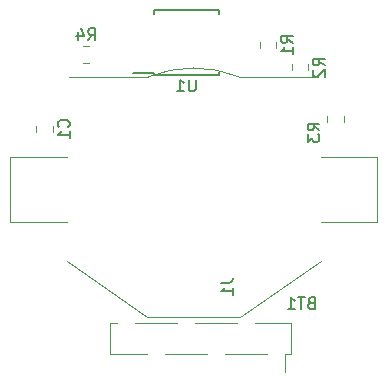
<source format=gbo>
G04 #@! TF.GenerationSoftware,KiCad,Pcbnew,(5.1.5)-3*
G04 #@! TF.CreationDate,2020-05-11T16:08:06-04:00*
G04 #@! TF.ProjectId,charlieplex,63686172-6c69-4657-906c-65782e6b6963,rev?*
G04 #@! TF.SameCoordinates,Original*
G04 #@! TF.FileFunction,Legend,Bot*
G04 #@! TF.FilePolarity,Positive*
%FSLAX46Y46*%
G04 Gerber Fmt 4.6, Leading zero omitted, Abs format (unit mm)*
G04 Created by KiCad (PCBNEW (5.1.5)-3) date 2020-05-11 16:08:06*
%MOMM*%
%LPD*%
G04 APERTURE LIST*
%ADD10C,0.120000*%
%ADD11C,0.150000*%
G04 APERTURE END LIST*
D10*
X200500000Y-120150000D02*
X193650000Y-124950000D01*
X193650000Y-124950000D02*
X185750000Y-124950000D01*
X185750000Y-124950000D02*
X178950000Y-120150000D01*
X200250000Y-104600000D02*
X193550000Y-104600000D01*
X193546385Y-104598536D02*
G75*
G03X185850000Y-104600000I-3846385J-9501464D01*
G01*
X179150000Y-104600000D02*
X185850000Y-104600000D01*
X200450000Y-111350000D02*
X205250000Y-111350000D01*
X205250000Y-111350000D02*
X205250000Y-116850000D01*
X205250000Y-116850000D02*
X200450000Y-116850000D01*
X178950000Y-116850000D02*
X174150000Y-116850000D01*
X174150000Y-116850000D02*
X174150000Y-111350000D01*
X174150000Y-111350000D02*
X178950000Y-111350000D01*
D11*
X186350000Y-104250000D02*
X184600000Y-104250000D01*
X186350000Y-98945000D02*
X191850000Y-98945000D01*
X186350000Y-104455000D02*
X191850000Y-104455000D01*
X186350000Y-98945000D02*
X186350000Y-99245000D01*
X191850000Y-98945000D02*
X191850000Y-99245000D01*
X191850000Y-104455000D02*
X191850000Y-104155000D01*
X186350000Y-104455000D02*
X186350000Y-104250000D01*
D10*
X176390000Y-109261252D02*
X176390000Y-108738748D01*
X177810000Y-109261252D02*
X177810000Y-108738748D01*
X185720000Y-128085000D02*
X182610000Y-128085000D01*
X190800000Y-128085000D02*
X187240000Y-128085000D01*
X195880000Y-128085000D02*
X192320000Y-128085000D01*
X188260000Y-125425000D02*
X184700000Y-125425000D01*
X193340000Y-125425000D02*
X189780000Y-125425000D01*
X183180000Y-125425000D02*
X182610000Y-125425000D01*
X197970000Y-128085000D02*
X197400000Y-128085000D01*
X197400000Y-128085000D02*
X197400000Y-129605000D01*
X197970000Y-125425000D02*
X194860000Y-125425000D01*
X182610000Y-128085000D02*
X182610000Y-125425000D01*
X197970000Y-128085000D02*
X197970000Y-125425000D01*
X180861252Y-103410000D02*
X180338748Y-103410000D01*
X180861252Y-101990000D02*
X180338748Y-101990000D01*
X200990000Y-108461252D02*
X200990000Y-107938748D01*
X202410000Y-108461252D02*
X202410000Y-107938748D01*
X197990000Y-104061252D02*
X197990000Y-103538748D01*
X199410000Y-104061252D02*
X199410000Y-103538748D01*
X195290000Y-102161252D02*
X195290000Y-101638748D01*
X196710000Y-102161252D02*
X196710000Y-101638748D01*
D11*
X199635714Y-123728571D02*
X199492857Y-123776190D01*
X199445238Y-123823809D01*
X199397619Y-123919047D01*
X199397619Y-124061904D01*
X199445238Y-124157142D01*
X199492857Y-124204761D01*
X199588095Y-124252380D01*
X199969047Y-124252380D01*
X199969047Y-123252380D01*
X199635714Y-123252380D01*
X199540476Y-123300000D01*
X199492857Y-123347619D01*
X199445238Y-123442857D01*
X199445238Y-123538095D01*
X199492857Y-123633333D01*
X199540476Y-123680952D01*
X199635714Y-123728571D01*
X199969047Y-123728571D01*
X199111904Y-123252380D02*
X198540476Y-123252380D01*
X198826190Y-124252380D02*
X198826190Y-123252380D01*
X197683333Y-124252380D02*
X198254761Y-124252380D01*
X197969047Y-124252380D02*
X197969047Y-123252380D01*
X198064285Y-123395238D01*
X198159523Y-123490476D01*
X198254761Y-123538095D01*
X189861904Y-104832380D02*
X189861904Y-105641904D01*
X189814285Y-105737142D01*
X189766666Y-105784761D01*
X189671428Y-105832380D01*
X189480952Y-105832380D01*
X189385714Y-105784761D01*
X189338095Y-105737142D01*
X189290476Y-105641904D01*
X189290476Y-104832380D01*
X188290476Y-105832380D02*
X188861904Y-105832380D01*
X188576190Y-105832380D02*
X188576190Y-104832380D01*
X188671428Y-104975238D01*
X188766666Y-105070476D01*
X188861904Y-105118095D01*
X179107142Y-108833333D02*
X179154761Y-108785714D01*
X179202380Y-108642857D01*
X179202380Y-108547619D01*
X179154761Y-108404761D01*
X179059523Y-108309523D01*
X178964285Y-108261904D01*
X178773809Y-108214285D01*
X178630952Y-108214285D01*
X178440476Y-108261904D01*
X178345238Y-108309523D01*
X178250000Y-108404761D01*
X178202380Y-108547619D01*
X178202380Y-108642857D01*
X178250000Y-108785714D01*
X178297619Y-108833333D01*
X179202380Y-109785714D02*
X179202380Y-109214285D01*
X179202380Y-109500000D02*
X178202380Y-109500000D01*
X178345238Y-109404761D01*
X178440476Y-109309523D01*
X178488095Y-109214285D01*
X192012380Y-122036666D02*
X192726666Y-122036666D01*
X192869523Y-121989047D01*
X192964761Y-121893809D01*
X193012380Y-121750952D01*
X193012380Y-121655714D01*
X193012380Y-123036666D02*
X193012380Y-122465238D01*
X193012380Y-122750952D02*
X192012380Y-122750952D01*
X192155238Y-122655714D01*
X192250476Y-122560476D01*
X192298095Y-122465238D01*
X180766666Y-101502380D02*
X181100000Y-101026190D01*
X181338095Y-101502380D02*
X181338095Y-100502380D01*
X180957142Y-100502380D01*
X180861904Y-100550000D01*
X180814285Y-100597619D01*
X180766666Y-100692857D01*
X180766666Y-100835714D01*
X180814285Y-100930952D01*
X180861904Y-100978571D01*
X180957142Y-101026190D01*
X181338095Y-101026190D01*
X179909523Y-100835714D02*
X179909523Y-101502380D01*
X180147619Y-100454761D02*
X180385714Y-101169047D01*
X179766666Y-101169047D01*
X200352380Y-109133333D02*
X199876190Y-108800000D01*
X200352380Y-108561904D02*
X199352380Y-108561904D01*
X199352380Y-108942857D01*
X199400000Y-109038095D01*
X199447619Y-109085714D01*
X199542857Y-109133333D01*
X199685714Y-109133333D01*
X199780952Y-109085714D01*
X199828571Y-109038095D01*
X199876190Y-108942857D01*
X199876190Y-108561904D01*
X199352380Y-109466666D02*
X199352380Y-110085714D01*
X199733333Y-109752380D01*
X199733333Y-109895238D01*
X199780952Y-109990476D01*
X199828571Y-110038095D01*
X199923809Y-110085714D01*
X200161904Y-110085714D01*
X200257142Y-110038095D01*
X200304761Y-109990476D01*
X200352380Y-109895238D01*
X200352380Y-109609523D01*
X200304761Y-109514285D01*
X200257142Y-109466666D01*
X200802380Y-103633333D02*
X200326190Y-103300000D01*
X200802380Y-103061904D02*
X199802380Y-103061904D01*
X199802380Y-103442857D01*
X199850000Y-103538095D01*
X199897619Y-103585714D01*
X199992857Y-103633333D01*
X200135714Y-103633333D01*
X200230952Y-103585714D01*
X200278571Y-103538095D01*
X200326190Y-103442857D01*
X200326190Y-103061904D01*
X199897619Y-104014285D02*
X199850000Y-104061904D01*
X199802380Y-104157142D01*
X199802380Y-104395238D01*
X199850000Y-104490476D01*
X199897619Y-104538095D01*
X199992857Y-104585714D01*
X200088095Y-104585714D01*
X200230952Y-104538095D01*
X200802380Y-103966666D01*
X200802380Y-104585714D01*
X198102380Y-101733333D02*
X197626190Y-101400000D01*
X198102380Y-101161904D02*
X197102380Y-101161904D01*
X197102380Y-101542857D01*
X197150000Y-101638095D01*
X197197619Y-101685714D01*
X197292857Y-101733333D01*
X197435714Y-101733333D01*
X197530952Y-101685714D01*
X197578571Y-101638095D01*
X197626190Y-101542857D01*
X197626190Y-101161904D01*
X198102380Y-102685714D02*
X198102380Y-102114285D01*
X198102380Y-102400000D02*
X197102380Y-102400000D01*
X197245238Y-102304761D01*
X197340476Y-102209523D01*
X197388095Y-102114285D01*
M02*

</source>
